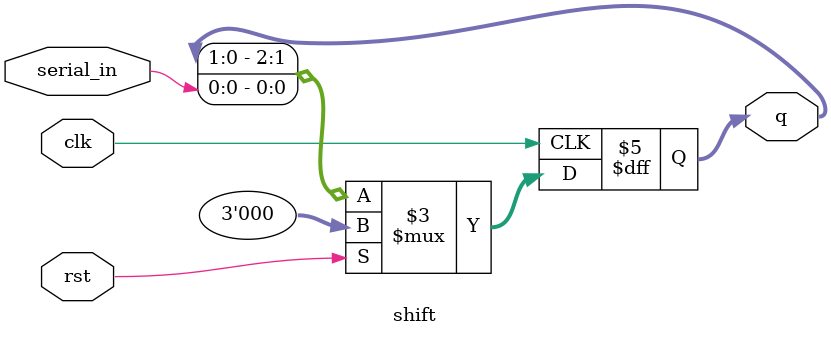
<source format=v>
module shift (
    input  wire clk,     // clock input
    input  wire rst,     // synchronous reset
    input  wire serial_in, // serial data input
    output reg  [2:0] q   // 3-bit register output
);

always @(posedge clk) begin
    if (rst)
        q <= 3'b000;          // reset all bits
    else
        q <= {q[1:0], serial_in}; // shift left
end

endmodule

</source>
